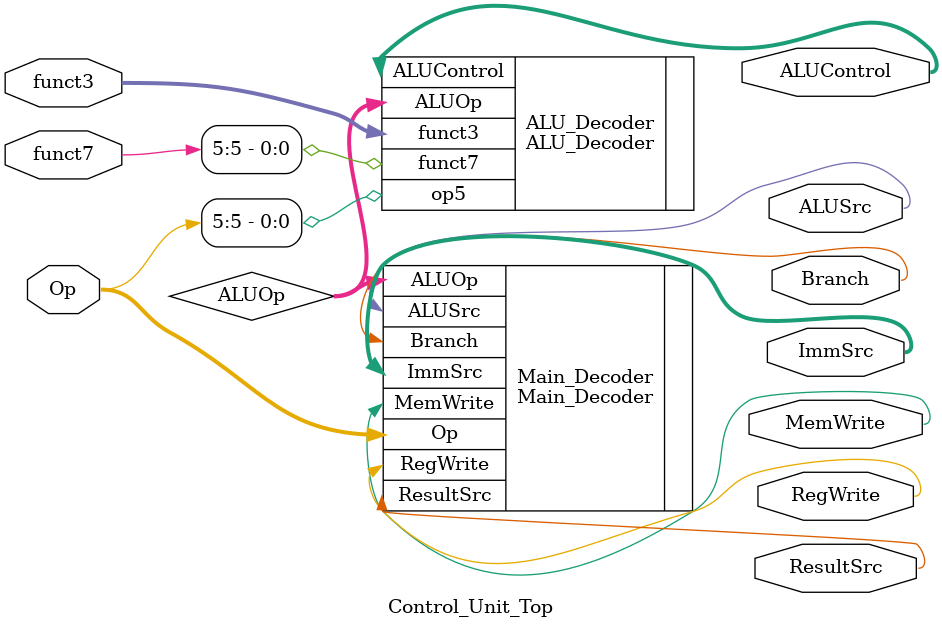
<source format=v>
`include "ALU_Decoder.v"
`include "Main_Decoder.v"

module Control_Unit_Top(Op,RegWrite,ImmSrc,ALUSrc,MemWrite,ResultSrc,Branch,funct3,funct7,ALUControl);

    input [6:0]Op,funct7;
    input [2:0]funct3;
    output RegWrite,ALUSrc,MemWrite,ResultSrc,Branch;
    output [1:0]ImmSrc;
    output [2:0]ALUControl;

    wire [1:0]ALUOp;

    Main_Decoder Main_Decoder(
                .Op(Op),
                .RegWrite(RegWrite),
                .ImmSrc(ImmSrc),
                .MemWrite(MemWrite),
                .ResultSrc(ResultSrc),
                .Branch(Branch),
                .ALUSrc(ALUSrc),
                .ALUOp(ALUOp)
    );

    ALU_Decoder ALU_Decoder(
                            .ALUOp(ALUOp),
                            .funct3(funct3),
                            .funct7(funct7[5]),
                            .op5(Op[5]),
                            .ALUControl(ALUControl)
    );


endmodule
</source>
